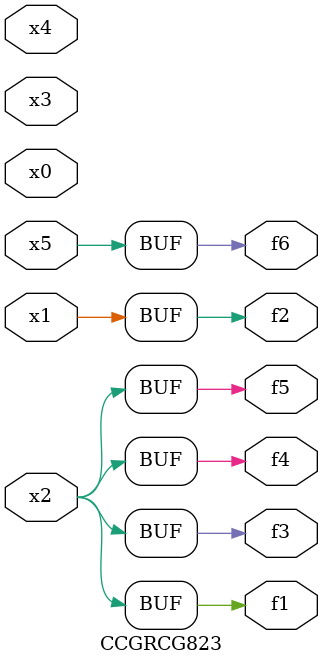
<source format=v>
module CCGRCG823(
	input x0, x1, x2, x3, x4, x5,
	output f1, f2, f3, f4, f5, f6
);
	assign f1 = x2;
	assign f2 = x1;
	assign f3 = x2;
	assign f4 = x2;
	assign f5 = x2;
	assign f6 = x5;
endmodule

</source>
